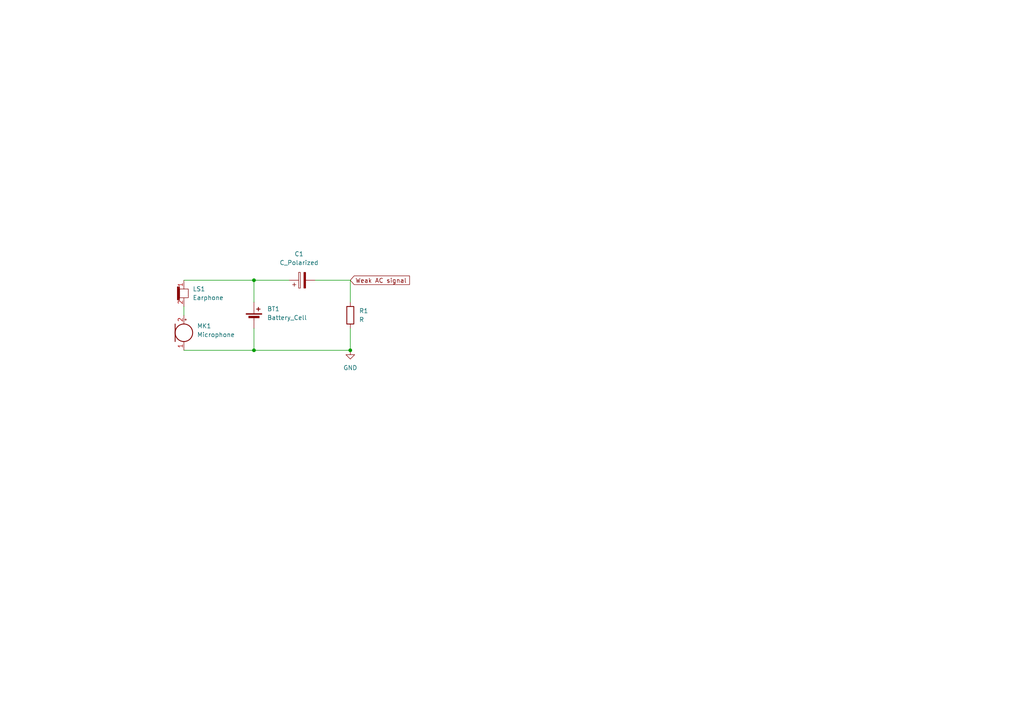
<source format=kicad_sch>
(kicad_sch (version 20250114) (generator "eeschema") (generator_version "9.0")
  (paper "A4")
  (lib_symbols
    (symbol "Device:Battery_Cell" (pin_numbers (hide yes)) (pin_names (offset 0) (hide yes))
      (property "Reference" "BT" (at 2.54 2.54 0))
      (property "Value" "Battery_Cell" (at 2.54 0 0))
      (symbol "Battery_Cell_0_1"
        (rectangle (start -2.286 1.778) (end 2.286 1.524) (fill (type outline)))
        (rectangle (start -1.524 1.016) (end 1.524 0.508) (fill (type outline)))
        (polyline (pts (xy 0 1.778) (xy 0 2.54)))
        (polyline (pts (xy 0 0.762) (xy 0 0)))
        (polyline (pts (xy 0.762 3.048) (xy 1.778 3.048)) (stroke (width 0.254)))
        (polyline (pts (xy 1.27 3.556) (xy 1.27 2.54)) (stroke (width 0.254)))
      )
      (symbol "Battery_Cell_1_1"
        (pin passive line (at 0 5.08 270) (length 2.54) (name "+") (number "1"))
        (pin passive line (at 0 -2.54 90) (length 2.54) (name "-") (number "2"))
      )
    )
    (symbol "Device:C_Polarized" (pin_numbers (hide yes)) (pin_names (offset 0.254))
      (property "Reference" "C" (at 0.635 2.54 0))
      (property "Value" "C_Polarized" (at 0.635 -2.54 0))
      (symbol "C_Polarized_0_1"
        (rectangle (start -2.286 0.508) (end 2.286 1.016))
        (polyline (pts (xy -1.778 2.286) (xy -0.762 2.286)))
        (polyline (pts (xy -1.27 2.794) (xy -1.27 1.778)))
        (rectangle (start 2.286 -0.508) (end -2.286 -1.016) (fill (type outline)))
      )
      (symbol "C_Polarized_1_1"
        (pin passive line (at 0 3.81 270) (length 2.794) (name "~") (number "1"))
        (pin passive line (at 0 -3.81 90) (length 2.794) (name "~") (number "2"))
      )
    )
    (symbol "Device:Earphone" (pin_names (offset 0.0254) (hide yes))
      (property "Reference" "LS" (at 2.54 3.81 0))
      (property "Value" "Earphone" (at 2.54 1.905 0))
      (symbol "Earphone_0_1"
        (rectangle (start 1.27 0) (end -1.27 2.54))
        (rectangle (start 1.27 -0.635) (end 1.905 3.175) (fill (type outline)))
      )
      (symbol "Earphone_1_1"
        (pin passive line (at 0 5.08 270) (length 2.54) (name "+") (number "2"))
        (pin passive line (at 0 -2.54 90) (length 2.54) (name "-") (number "1"))
      )
    )
    (symbol "Device:Microphone" (pin_names (offset 0.0254) (hide yes))
      (property "Reference" "MK" (at -3.81 1.27 0))
      (property "Value" "Microphone" (at -3.81 -0.635 0))
      (symbol "Microphone_0_1"
        (polyline (pts (xy -2.54 2.54) (xy -2.54 -2.54)) (stroke (width 0.254)))
        (circle (center 0 0) (radius 2.54) (stroke (width 0.254)))
        (polyline (pts (xy 0.254 3.81) (xy 0.762 3.81)))
        (polyline (pts (xy 0.508 4.064) (xy 0.508 3.556)))
      )
      (symbol "Microphone_1_1"
        (pin passive line (at 0 5.08 270) (length 2.54) (name "+") (number "2"))
        (pin passive line (at 0 -5.08 90) (length 2.54) (name "-") (number "1"))
      )
    )
    (symbol "Device:R" (pin_numbers (hide yes)) (pin_names (offset 0))
      (property "Reference" "R" (at 2.032 0 90))
      (property "Value" "R" (at 0 0 90))
      (symbol "R_0_1"
        (rectangle (start -1.016 -2.54) (end 1.016 2.54) (stroke (width 0.254)))
      )
      (symbol "R_1_1"
        (pin passive line (at 0 3.81 270) (length 1.27) (name "~") (number "1"))
        (pin passive line (at 0 -3.81 90) (length 1.27) (name "~") (number "2"))
      )
    )
    (symbol "power:GND" (power) (pin_numbers (hide yes)) (pin_names (offset 0) (hide yes))
      (property "Value" "GND" (at 0 -3.81 0))
      (symbol "GND_0_1"
        (polyline (pts (xy 0 0) (xy 0 -1.27) (xy 1.27 -1.27) (xy 0 -2.54) (xy -1.27 -1.27) (xy 0 -1.27)))
      )
      (symbol "GND_1_1"
        (pin power_in line (at 0 0 270) (length 0) (name "~") (number "1"))
      )
    )
  )
  (junction (at 73.66 81.28))
  (junction (at 101.6 101.6))
  (junction (at 73.66 101.6))
  (wire (pts (xy 73.66 81.28) (xy 83.82 81.28)))
  (wire (pts (xy 53.34 101.6) (xy 73.66 101.6)))
  (wire (pts (xy 73.66 95.25) (xy 73.66 101.6)))
  (wire (pts (xy 101.6 81.28) (xy 101.6 87.63)))
  (wire (pts (xy 73.66 87.63) (xy 73.66 81.28)))
  (wire (pts (xy 53.34 81.28) (xy 73.66 81.28)))
  (wire (pts (xy 53.34 91.44) (xy 53.34 88.9)))
  (wire (pts (xy 73.66 101.6) (xy 101.6 101.6)))
  (wire (pts (xy 101.6 95.25) (xy 101.6 101.6)))
  (wire (pts (xy 91.44 81.28) (xy 101.6 81.28)))
  (global_label "Weak AC signal" (shape input) (at 101.6 81.28 0) (property "Intersheetrefs" "${INTERSHEET_REFS}" (effects (hide yes))))
  (symbol (lib_id "Device:Earphone") (at 53.34 83.82 180) (unit 1)
    (property "Reference" "LS1" (at 55.88 83.8199 0) (effects (justify right)))
    (property "Value" "Earphone" (at 55.88 86.3599 0) (effects (justify right)))
    (property "Description" "Earphone, polarized" (effects (hide yes)))
  )
  (symbol (lib_id "Device:Microphone") (at 53.34 96.52 0) (unit 1)
    (property "Reference" "MK1" (at 57.15 94.5514 0) (effects (justify left)))
    (property "Value" "Microphone" (at 57.15 97.0914 0) (effects (justify left)))
    (property "Description" "Microphone" (effects (hide yes)))
  )
  (symbol (lib_id "Device:C_Polarized") (at 87.63 81.28 90) (unit 1)
    (property "Reference" "C1" (at 86.741 73.66 90))
    (property "Value" "C_Polarized" (at 86.741 76.2 90))
    (property "Description" "Polarized capacitor" (effects (hide yes)))
  )
  (symbol (lib_id "Device:Battery_Cell") (at 73.66 92.71 0) (unit 1)
    (property "Reference" "BT1" (at 77.47 89.5984 0) (effects (justify left)))
    (property "Value" "Battery_Cell" (at 77.47 92.1384 0) (effects (justify left)))
    (property "Description" "Single-cell battery" (effects (hide yes)))
  )
  (symbol (lib_id "Device:R") (at 101.6 91.44 0) (unit 1)
    (property "Reference" "R1" (at 104.14 90.1699 0) (effects (justify left)))
    (property "Value" "R" (at 104.14 92.7099 0) (effects (justify left)))
    (property "Description" "Resistor" (effects (hide yes)))
  )
  (symbol (lib_id "power:GND") (at 101.6 101.6 0) (unit 1)
    (property "Reference" "#PWR01" (effects (hide yes)))
    (property "Value" "GND" (at 101.6 106.68 0))
    (property "Description" "Power symbol creates a global label with name \"GND\" , ground" (effects (hide yes)))
  )
)
</source>
